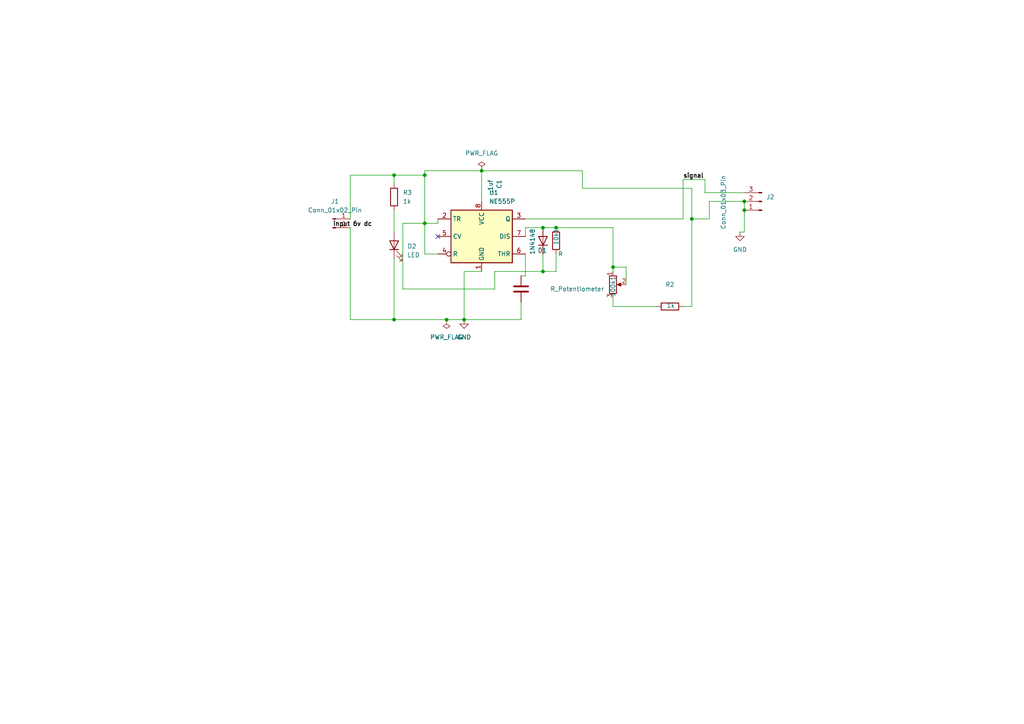
<source format=kicad_sch>
(kicad_sch (version 20250114) (generator "eeschema") (generator_version "9.0")
  (paper "A4")
  (title_block (title "servo motor tester") (date "2025-06-30") (company "ayush srivastava ") (comment 1 "ece ") (comment 2 "mmmut") (comment 3 "gorakhpur "))
  (lib_symbols
    (symbol "Connector:Conn_01x02_Pin" (pin_names (offset 1.016) (hide yes))
      (property "Reference" "J" (at 0 2.54 0))
      (property "Value" "Conn_01x02_Pin" (at 0 -5.08 0))
      (symbol "Conn_01x02_Pin_1_1"
        (rectangle (start 0.8636 0.127) (end 0 -0.127) (stroke (width 0.1524)) (fill (type outline)))
        (rectangle (start 0.8636 -2.413) (end 0 -2.667) (stroke (width 0.1524)) (fill (type outline)))
        (polyline (pts (xy 1.27 0) (xy 0.8636 0)) (stroke (width 0.1524)))
        (polyline (pts (xy 1.27 -2.54) (xy 0.8636 -2.54)) (stroke (width 0.1524)))
        (pin passive line (at 5.08 0 180) (length 3.81) (name "Pin_1") (number "1"))
        (pin passive line (at 5.08 -2.54 180) (length 3.81) (name "Pin_2") (number "2"))
      )
    )
    (symbol "Connector:Conn_01x03_Pin" (pin_names (offset 1.016) (hide yes))
      (property "Reference" "J" (at 0 5.08 0))
      (property "Value" "Conn_01x03_Pin" (at 0 -5.08 0))
      (symbol "Conn_01x03_Pin_1_1"
        (rectangle (start 0.8636 2.667) (end 0 2.413) (stroke (width 0.1524)) (fill (type outline)))
        (rectangle (start 0.8636 0.127) (end 0 -0.127) (stroke (width 0.1524)) (fill (type outline)))
        (rectangle (start 0.8636 -2.413) (end 0 -2.667) (stroke (width 0.1524)) (fill (type outline)))
        (polyline (pts (xy 1.27 2.54) (xy 0.8636 2.54)) (stroke (width 0.1524)))
        (polyline (pts (xy 1.27 0) (xy 0.8636 0)) (stroke (width 0.1524)))
        (polyline (pts (xy 1.27 -2.54) (xy 0.8636 -2.54)) (stroke (width 0.1524)))
        (pin passive line (at 5.08 2.54 180) (length 3.81) (name "Pin_1") (number "1"))
        (pin passive line (at 5.08 0 180) (length 3.81) (name "Pin_2") (number "2"))
        (pin passive line (at 5.08 -2.54 180) (length 3.81) (name "Pin_3") (number "3"))
      )
    )
    (symbol "Device:C" (pin_numbers (hide yes)) (pin_names (offset 0.254))
      (property "Reference" "C" (at 0.635 2.54 0))
      (property "Value" "C" (at 0.635 -2.54 0))
      (symbol "C_0_1"
        (polyline (pts (xy -2.032 0.762) (xy 2.032 0.762)) (stroke (width 0.508)))
        (polyline (pts (xy -2.032 -0.762) (xy 2.032 -0.762)) (stroke (width 0.508)))
      )
      (symbol "C_1_1"
        (pin passive line (at 0 3.81 270) (length 2.794) (name "~") (number "1"))
        (pin passive line (at 0 -3.81 90) (length 2.794) (name "~") (number "2"))
      )
    )
    (symbol "Device:LED" (pin_numbers (hide yes)) (pin_names (offset 1.016) (hide yes))
      (property "Reference" "D" (at 0 2.54 0))
      (property "Value" "LED" (at 0 -2.54 0))
      (symbol "LED_0_1"
        (polyline (pts (xy -3.048 -0.762) (xy -4.572 -2.286) (xy -3.81 -2.286) (xy -4.572 -2.286) (xy -4.572 -1.524)))
        (polyline (pts (xy -1.778 -0.762) (xy -3.302 -2.286) (xy -2.54 -2.286) (xy -3.302 -2.286) (xy -3.302 -1.524)))
        (polyline (pts (xy -1.27 0) (xy 1.27 0)))
        (polyline (pts (xy -1.27 -1.27) (xy -1.27 1.27)) (stroke (width 0.254)))
        (polyline (pts (xy 1.27 -1.27) (xy 1.27 1.27) (xy -1.27 0) (xy 1.27 -1.27)) (stroke (width 0.254)))
      )
      (symbol "LED_1_1"
        (pin passive line (at -3.81 0 0) (length 2.54) (name "K") (number "1"))
        (pin passive line (at 3.81 0 180) (length 2.54) (name "A") (number "2"))
      )
    )
    (symbol "Device:R" (pin_numbers (hide yes)) (pin_names (offset 0))
      (property "Reference" "R" (at 2.032 0 90))
      (property "Value" "R" (at 0 0 90))
      (symbol "R_0_1"
        (rectangle (start -1.016 -2.54) (end 1.016 2.54) (stroke (width 0.254)))
      )
      (symbol "R_1_1"
        (pin passive line (at 0 3.81 270) (length 1.27) (name "~") (number "1"))
        (pin passive line (at 0 -3.81 90) (length 1.27) (name "~") (number "2"))
      )
    )
    (symbol "Device:R_Potentiometer" (pin_names (offset 1.016) (hide yes))
      (property "Reference" "RV" (at -4.445 0 90))
      (property "Value" "R_Potentiometer" (at -2.54 0 90))
      (symbol "R_Potentiometer_0_1"
        (rectangle (start 1.016 2.54) (end -1.016 -2.54) (stroke (width 0.254)))
        (polyline (pts (xy 1.143 0) (xy 2.286 0.508) (xy 2.286 -0.508) (xy 1.143 0)) (fill (type outline)))
        (polyline (pts (xy 2.54 0) (xy 1.524 0)))
      )
      (symbol "R_Potentiometer_1_1"
        (pin passive line (at 0 3.81 270) (length 1.27) (name "1") (number "1"))
        (pin passive line (at 0 -3.81 90) (length 1.27) (name "3") (number "3"))
        (pin passive line (at 3.81 0 180) (length 1.27) (name "2") (number "2"))
      )
    )
    (symbol "Diode:1N4148" (pin_numbers (hide yes)) (pin_names (hide yes))
      (property "Reference" "D" (at 0 2.54 0))
      (property "Value" "1N4148" (at 0 -2.54 0))
      (symbol "1N4148_0_1"
        (polyline (pts (xy -1.27 1.27) (xy -1.27 -1.27)) (stroke (width 0.254)))
        (polyline (pts (xy 1.27 1.27) (xy 1.27 -1.27) (xy -1.27 0) (xy 1.27 1.27)) (stroke (width 0.254)))
        (polyline (pts (xy 1.27 0) (xy -1.27 0)))
      )
      (symbol "1N4148_1_1"
        (pin passive line (at -3.81 0 0) (length 2.54) (name "K") (number "1"))
        (pin passive line (at 3.81 0 180) (length 2.54) (name "A") (number "2"))
      )
    )
    (symbol "Timer:NE555P"
      (property "Reference" "U" (at -10.16 8.89 0))
      (property "Value" "NE555P" (at 2.54 8.89 0))
      (symbol "NE555P_0_0"
        (pin power_in line (at 0 10.16 270) (length 2.54) (name "VCC") (number "8"))
        (pin power_in line (at 0 -10.16 90) (length 2.54) (name "GND") (number "1"))
      )
      (symbol "NE555P_0_1"
        (rectangle (start -8.89 -7.62) (end 8.89 7.62) (stroke (width 0.254)) (fill (type background)))
        (rectangle (start -8.89 -7.62) (end 8.89 7.62) (stroke (width 0.254)) (fill (type background)))
      )
      (symbol "NE555P_1_1"
        (pin input line (at -12.7 5.08 0) (length 3.81) (name "TR") (number "2"))
        (pin input line (at -12.7 0 0) (length 3.81) (name "CV") (number "5"))
        (pin input inverted (at -12.7 -5.08 0) (length 3.81) (name "R") (number "4"))
        (pin output line (at 12.7 5.08 180) (length 3.81) (name "Q") (number "3"))
        (pin input line (at 12.7 0 180) (length 3.81) (name "DIS") (number "7"))
        (pin input line (at 12.7 -5.08 180) (length 3.81) (name "THR") (number "6"))
      )
    )
    (symbol "power:GND" (power) (pin_numbers (hide yes)) (pin_names (offset 0) (hide yes))
      (property "Value" "GND" (at 0 -3.81 0))
      (symbol "GND_0_1"
        (polyline (pts (xy 0 0) (xy 0 -1.27) (xy 1.27 -1.27) (xy 0 -2.54) (xy -1.27 -1.27) (xy 0 -1.27)))
      )
      (symbol "GND_1_1"
        (pin power_in line (at 0 0 270) (length 0) (name "~") (number "1"))
      )
    )
    (symbol "power:PWR_FLAG" (power) (pin_numbers (hide yes)) (pin_names (offset 0) (hide yes))
      (property "Value" "PWR_FLAG" (at 0 3.81 0))
      (symbol "PWR_FLAG_0_0"
        (pin power_out line (at 0 0 90) (length 0) (name "~") (number "1"))
      )
      (symbol "PWR_FLAG_0_1"
        (polyline (pts (xy 0 0) (xy 0 1.27) (xy -1.016 1.905) (xy 0 2.54) (xy 1.016 1.905) (xy 0 1.27)))
      )
    )
  )
  (junction (at 129.54 92.71))
  (junction (at 157.48 78.74))
  (junction (at 215.9 58.42))
  (junction (at 177.8 77.47))
  (junction (at 139.7 49.53))
  (junction (at 123.19 64.77))
  (junction (at 215.9 60.96))
  (junction (at 161.29 66.04))
  (junction (at 114.3 92.71))
  (junction (at 134.62 92.71))
  (junction (at 123.19 50.8))
  (junction (at 200.66 63.5))
  (junction (at 114.3 50.8))
  (junction (at 157.48 66.04))
  (no_connect (at 127 68.58))
  (wire (pts (xy 198.12 52.07) (xy 204.47 52.07)))
  (wire (pts (xy 127 64.77) (xy 127 63.5)))
  (wire (pts (xy 177.8 86.36) (xy 177.8 88.9)))
  (wire (pts (xy 205.74 58.42) (xy 215.9 58.42)))
  (wire (pts (xy 123.19 64.77) (xy 123.19 73.66)))
  (wire (pts (xy 123.19 50.8) (xy 123.19 64.77)))
  (wire (pts (xy 134.62 92.71) (xy 151.13 92.71)))
  (wire (pts (xy 177.8 66.04) (xy 177.8 77.47)))
  (wire (pts (xy 101.6 50.8) (xy 114.3 50.8)))
  (wire (pts (xy 134.62 92.71) (xy 134.62 78.74)))
  (wire (pts (xy 114.3 92.71) (xy 129.54 92.71)))
  (wire (pts (xy 114.3 50.8) (xy 114.3 53.34)))
  (wire (pts (xy 181.61 77.47) (xy 177.8 77.47)))
  (wire (pts (xy 215.9 60.96) (xy 215.9 58.42)))
  (wire (pts (xy 129.54 92.71) (xy 134.62 92.71)))
  (wire (pts (xy 139.7 49.53) (xy 139.7 58.42)))
  (wire (pts (xy 127 73.66) (xy 123.19 73.66)))
  (wire (pts (xy 116.84 64.77) (xy 123.19 64.77)))
  (wire (pts (xy 205.74 58.42) (xy 205.74 63.5)))
  (wire (pts (xy 198.12 88.9) (xy 200.66 88.9)))
  (wire (pts (xy 123.19 49.53) (xy 139.7 49.53)))
  (wire (pts (xy 116.84 64.77) (xy 116.84 83.82)))
  (wire (pts (xy 157.48 66.04) (xy 152.4 66.04)))
  (wire (pts (xy 215.9 67.31) (xy 215.9 60.96)))
  (wire (pts (xy 134.62 78.74) (xy 139.7 78.74)))
  (wire (pts (xy 200.66 63.5) (xy 200.66 88.9)))
  (wire (pts (xy 215.9 67.31) (xy 214.63 67.31)))
  (wire (pts (xy 123.19 64.77) (xy 127 64.77)))
  (wire (pts (xy 198.12 63.5) (xy 198.12 52.07)))
  (wire (pts (xy 101.6 92.71) (xy 114.3 92.71)))
  (wire (pts (xy 157.48 78.74) (xy 161.29 78.74)))
  (wire (pts (xy 114.3 50.8) (xy 123.19 50.8)))
  (wire (pts (xy 200.66 54.61) (xy 200.66 63.5)))
  (wire (pts (xy 215.9 55.88) (xy 204.47 55.88)))
  (wire (pts (xy 198.12 63.5) (xy 152.4 63.5)))
  (wire (pts (xy 152.4 66.04) (xy 152.4 68.58)))
  (wire (pts (xy 177.8 77.47) (xy 177.8 78.74)))
  (wire (pts (xy 139.7 49.53) (xy 168.91 49.53)))
  (wire (pts (xy 168.91 49.53) (xy 168.91 54.61)))
  (wire (pts (xy 168.91 54.61) (xy 200.66 54.61)))
  (wire (pts (xy 157.48 66.04) (xy 161.29 66.04)))
  (wire (pts (xy 157.48 73.66) (xy 157.48 78.74)))
  (wire (pts (xy 161.29 66.04) (xy 177.8 66.04)))
  (wire (pts (xy 204.47 55.88) (xy 204.47 52.07)))
  (wire (pts (xy 161.29 73.66) (xy 161.29 78.74)))
  (wire (pts (xy 181.61 82.55) (xy 181.61 77.47)))
  (wire (pts (xy 101.6 66.04) (xy 101.6 92.71)))
  (wire (pts (xy 143.51 78.74) (xy 157.48 78.74)))
  (wire (pts (xy 152.4 73.66) (xy 152.4 80.01)))
  (wire (pts (xy 143.51 83.82) (xy 143.51 78.74)))
  (wire (pts (xy 177.8 88.9) (xy 190.5 88.9)))
  (wire (pts (xy 152.4 80.01) (xy 151.13 80.01)))
  (wire (pts (xy 205.74 63.5) (xy 200.66 63.5)))
  (wire (pts (xy 114.3 74.93) (xy 114.3 92.71)))
  (wire (pts (xy 101.6 63.5) (xy 101.6 50.8)))
  (wire (pts (xy 123.19 49.53) (xy 123.19 50.8)))
  (wire (pts (xy 114.3 60.96) (xy 114.3 67.31)))
  (wire (pts (xy 116.84 83.82) (xy 143.51 83.82)))
  (wire (pts (xy 151.13 92.71) (xy 151.13 87.63)))
  (label "signal " (at 198.12 52.07 0) (effects (font (thickness 0.254) (bold yes))))
  (label "input 6v dc" (at 96.52 66.04 0) (effects (font (thickness 0.254) (bold yes))))
  (symbol (lib_id "Connector:Conn_01x03_Pin") (at 220.98 58.42 180) (unit 1)
    (property "Reference" "J2" (at 222.25 57.1499 0) (effects (justify right)))
    (property "Value" "Conn_01x03_Pin" (at 209.804 66.548 90) (effects (justify right)))
    (property "Footprint" "Connector_PinHeader_2.54mm:PinHeader_1x03_P2.54mm_Horizontal" (effects (hide yes)))
    (property "Description" "Generic connector, single row, 01x03, script generated" (effects (hide yes)))
  )
  (symbol (lib_id "Device:R_Potentiometer") (at 177.8 82.55 0) (unit 1)
    (property "Reference" "100k1" (at 177.8 80.01 90) (effects (justify right)))
    (property "Value" "R_Potentiometer" (at 175.26 83.8199 0) (effects (justify right)))
    (property "Footprint" "Potentiometer_THT:Potentiometer_Vishay_148-149_Single_Horizontal" (effects (hide yes)))
    (property "Description" "Potentiometer" (effects (hide yes)))
  )
  (symbol (lib_id "Device:LED") (at 114.3 71.12 90) (unit 1)
    (property "Reference" "D2" (at 118.11 71.4374 90) (effects (justify right)))
    (property "Value" "LED" (at 118.11 73.9774 90) (effects (justify right)))
    (property "Footprint" "LED_THT:LED_D1.8mm_W1.8mm_H2.4mm_Horizontal_O3.81mm_Z4.9mm" (effects (hide yes)))
    (property "Description" "Light emitting diode" (effects (hide yes)))
    (property "Sim.Pins" "1=K 2=A" (effects (hide yes)))
  )
  (symbol (lib_id "Device:C") (at 151.13 83.82 0) (unit 1)
    (property "Reference" "C1" (at 144.7801 52.07 90) (effects (justify right)))
    (property "Value" ".1uf" (at 142.2401 52.07 90) (effects (justify right)))
    (property "Footprint" "Capacitor_THT:C_Disc_D3.4mm_W2.1mm_P2.50mm" (effects (hide yes)))
    (property "Description" "Unpolarized capacitor" (effects (hide yes)))
  )
  (symbol (lib_id "Device:R") (at 161.29 69.85 0) (unit 1)
    (property "Reference" "10k1" (at 161.29 71.12 90) (effects (justify left)))
    (property "Value" "R" (at 161.798 73.66 0) (effects (justify left)))
    (property "Footprint" "Resistor_THT:R_Axial_DIN0204_L3.6mm_D1.6mm_P5.08mm_Horizontal" (effects (hide yes)))
    (property "Description" "Resistor" (effects (hide yes)))
  )
  (symbol (lib_id "power:GND") (at 214.63 67.31 0) (unit 1)
    (property "Reference" "#PWR01" (effects (hide yes)))
    (property "Value" "GND" (at 214.63 72.39 0))
    (property "Description" "Power symbol creates a global label with name \"GND\" , ground" (effects (hide yes)))
  )
  (symbol (lib_id "power:PWR_FLAG") (at 129.54 92.71 180) (unit 1)
    (property "Reference" "#FLG01" (effects (hide yes)))
    (property "Value" "PWR_FLAG" (at 129.54 97.79 0))
    (property "Description" "Special symbol for telling ERC where power comes from" (effects (hide yes)))
  )
  (symbol (lib_id "power:GND") (at 134.62 92.71 0) (unit 1)
    (property "Reference" "#PWR02" (effects (hide yes)))
    (property "Value" "GND" (at 134.62 97.79 0))
    (property "Description" "Power symbol creates a global label with name \"GND\" , ground" (effects (hide yes)))
  )
  (symbol (lib_id "power:PWR_FLAG") (at 139.7 49.53 0) (unit 1)
    (property "Reference" "#FLG02" (effects (hide yes)))
    (property "Value" "PWR_FLAG" (at 139.7 44.45 0))
    (property "Description" "Special symbol for telling ERC where power comes from" (effects (hide yes)))
  )
  (symbol (lib_id "Device:R") (at 194.31 88.9 90) (unit 1)
    (property "Reference" "R2" (at 194.31 82.55 90))
    (property "Value" "1k" (at 194.564 88.646 90))
    (property "Footprint" "Resistor_THT:R_Axial_DIN0207_L6.3mm_D2.5mm_P5.08mm_Vertical" (effects (hide yes)))
    (property "Description" "Resistor" (effects (hide yes)))
  )
  (symbol (lib_id "Timer:NE555P") (at 139.7 68.58 0) (unit 1)
    (property "Reference" "U1" (at 141.8433 55.88 0) (effects (justify left)))
    (property "Value" "NE555P" (at 141.8433 58.42 0) (effects (justify left)))
    (property "Footprint" "Package_DIP:DIP-8_W7.62mm" (effects (hide yes)))
    (property "Datasheet" "http://www.ti.com/lit/ds/symlink/ne555.pdf" (effects (hide yes)))
    (property "Description" "Precision Timers, 555 compatible,  PDIP-8" (effects (hide yes)))
  )
  (symbol (lib_id "Diode:1N4148") (at 157.48 69.85 90) (unit 1)
    (property "Reference" "D1" (at 155.956 72.644 90) (effects (justify right)))
    (property "Value" "1N4148" (at 154.432 66.294 0) (effects (justify right)))
    (property "Footprint" "Diode_THT:D_DO-35_SOD27_P7.62mm_Horizontal" (effects (hide yes)))
    (property "Datasheet" "https://assets.nexperia.com/documents/data-sheet/1N4148_1N4448.pdf" (effects (hide yes)))
    (property "Description" "100V 0.15A standard switching diode, DO-35" (effects (hide yes)))
    (property "Sim.Device" "D" (effects (hide yes)))
    (property "Sim.Pins" "1=K 2=A" (effects (hide yes)))
  )
  (symbol (lib_id "Device:R") (at 114.3 57.15 0) (unit 1)
    (property "Reference" "R3" (at 116.84 55.8799 0) (effects (justify left)))
    (property "Value" "1k" (at 116.84 58.4199 0) (effects (justify left)))
    (property "Footprint" "Resistor_THT:R_Axial_DIN0207_L6.3mm_D2.5mm_P7.62mm_Horizontal" (effects (hide yes)))
    (property "Description" "Resistor" (effects (hide yes)))
  )
  (symbol (lib_id "Connector:Conn_01x02_Pin") (at 96.52 63.5 0) (unit 1)
    (property "Reference" "J1" (at 97.155 58.42 0))
    (property "Value" "Conn_01x02_Pin" (at 97.155 60.96 0))
    (property "Footprint" "Connector_PinHeader_2.54mm:PinHeader_1x02_P2.54mm_Horizontal" (effects (hide yes)))
    (property "Description" "Generic connector, single row, 01x02, script generated" (effects (hide yes)))
  )
)
</source>
